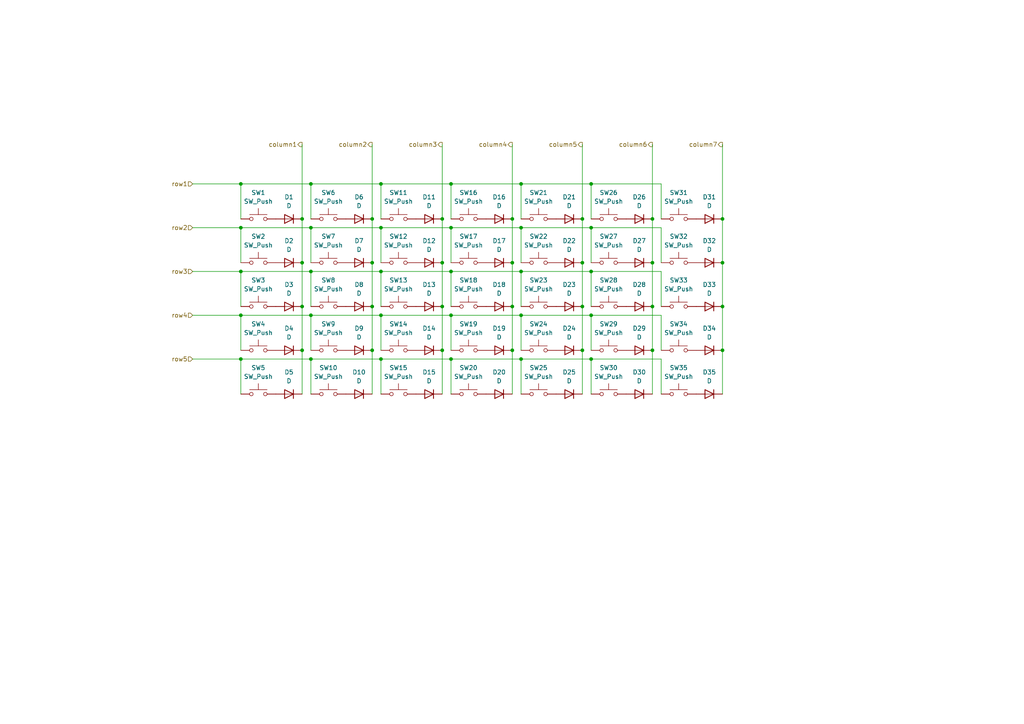
<source format=kicad_sch>
(kicad_sch (version 20211123) (generator eeschema)
  (paper "A4")
  (lib_symbols
    (symbol "Device:D" (pin_numbers hide) (pin_names (offset 1.016) hide)
      (property "Reference" "D" (at 0 2.54 0))
      (property "Value" "D" (at 0 -2.54 0))
      (symbol "D_0_1"
        (polyline (pts (xy -1.27 1.27) (xy -1.27 -1.27)) (stroke (width 0.254)))
        (polyline (pts (xy 1.27 0) (xy -1.27 0)))
        (polyline (pts (xy 1.27 1.27) (xy 1.27 -1.27) (xy -1.27 0) (xy 1.27 1.27)) (stroke (width 0.254)))
      )
      (symbol "D_1_1"
        (pin passive line (at -3.81 0 0) (length 2.54) (name "K") (number "1"))
        (pin passive line (at 3.81 0 180) (length 2.54) (name "A") (number "2"))
      )
    )
    (symbol "Switch:SW_Push" (pin_numbers hide) (pin_names (offset 1.016) hide)
      (property "Reference" "SW" (at 1.27 2.54 0))
      (property "Value" "SW_Push" (at 0 -1.524 0))
      (symbol "SW_Push_0_1"
        (circle (center -2.032 0) (radius 0.508))
        (polyline (pts (xy 0 1.27) (xy 0 3.048)))
        (polyline (pts (xy 2.54 1.27) (xy -2.54 1.27)))
        (circle (center 2.032 0) (radius 0.508))
        (pin passive line (at -5.08 0 0) (length 2.54) (name "1") (number "1"))
        (pin passive line (at 5.08 0 180) (length 2.54) (name "2") (number "2"))
      )
    )
  )
  (junction (at 107.95 76.2))
  (junction (at 90.17 104.14))
  (junction (at 87.63 76.2))
  (junction (at 189.23 88.9))
  (junction (at 209.55 88.9))
  (junction (at 151.13 91.44))
  (junction (at 130.81 53.34))
  (junction (at 128.27 88.9))
  (junction (at 171.45 78.74))
  (junction (at 69.85 78.74))
  (junction (at 107.95 101.6))
  (junction (at 130.81 91.44))
  (junction (at 107.95 88.9))
  (junction (at 128.27 101.6))
  (junction (at 69.85 66.04))
  (junction (at 128.27 63.5))
  (junction (at 171.45 104.14))
  (junction (at 110.49 53.34))
  (junction (at 90.17 78.74))
  (junction (at 168.91 63.5))
  (junction (at 130.81 78.74))
  (junction (at 151.13 53.34))
  (junction (at 87.63 88.9))
  (junction (at 90.17 53.34))
  (junction (at 90.17 66.04))
  (junction (at 148.59 101.6))
  (junction (at 171.45 66.04))
  (junction (at 189.23 63.5))
  (junction (at 110.49 66.04))
  (junction (at 87.63 101.6))
  (junction (at 168.91 76.2))
  (junction (at 168.91 101.6))
  (junction (at 151.13 78.74))
  (junction (at 69.85 53.34))
  (junction (at 189.23 76.2))
  (junction (at 209.55 76.2))
  (junction (at 209.55 63.5))
  (junction (at 209.55 101.6))
  (junction (at 148.59 63.5))
  (junction (at 151.13 104.14))
  (junction (at 171.45 53.34))
  (junction (at 148.59 88.9))
  (junction (at 130.81 66.04))
  (junction (at 189.23 101.6))
  (junction (at 87.63 63.5))
  (junction (at 107.95 63.5))
  (junction (at 171.45 91.44))
  (junction (at 69.85 104.14))
  (junction (at 168.91 88.9))
  (junction (at 148.59 76.2))
  (junction (at 130.81 104.14))
  (junction (at 90.17 91.44))
  (junction (at 110.49 91.44))
  (junction (at 69.85 91.44))
  (junction (at 110.49 104.14))
  (junction (at 128.27 76.2))
  (junction (at 151.13 66.04))
  (junction (at 110.49 78.74))
  (wire (pts (xy 87.63 76.2) (xy 87.63 88.9)))
  (wire (pts (xy 130.81 66.04) (xy 151.13 66.04)))
  (wire (pts (xy 151.13 78.74) (xy 151.13 88.9)))
  (wire (pts (xy 130.81 78.74) (xy 130.81 88.9)))
  (wire (pts (xy 90.17 53.34) (xy 110.49 53.34)))
  (wire (pts (xy 55.88 66.04) (xy 69.85 66.04)))
  (wire (pts (xy 130.81 53.34) (xy 130.81 63.5)))
  (wire (pts (xy 128.27 63.5) (xy 128.27 76.2)))
  (wire (pts (xy 107.95 41.91) (xy 107.95 63.5)))
  (wire (pts (xy 171.45 66.04) (xy 191.77 66.04)))
  (wire (pts (xy 209.55 41.91) (xy 209.55 63.5)))
  (wire (pts (xy 151.13 53.34) (xy 171.45 53.34)))
  (wire (pts (xy 171.45 91.44) (xy 171.45 101.6)))
  (wire (pts (xy 148.59 76.2) (xy 148.59 88.9)))
  (wire (pts (xy 110.49 53.34) (xy 130.81 53.34)))
  (wire (pts (xy 151.13 104.14) (xy 171.45 104.14)))
  (wire (pts (xy 69.85 66.04) (xy 90.17 66.04)))
  (wire (pts (xy 151.13 78.74) (xy 171.45 78.74)))
  (wire (pts (xy 107.95 88.9) (xy 107.95 101.6)))
  (wire (pts (xy 128.27 41.91) (xy 128.27 63.5)))
  (wire (pts (xy 110.49 78.74) (xy 130.81 78.74)))
  (wire (pts (xy 168.91 76.2) (xy 168.91 88.9)))
  (wire (pts (xy 90.17 66.04) (xy 90.17 76.2)))
  (wire (pts (xy 110.49 66.04) (xy 110.49 76.2)))
  (wire (pts (xy 151.13 91.44) (xy 171.45 91.44)))
  (wire (pts (xy 90.17 78.74) (xy 69.85 78.74)))
  (wire (pts (xy 191.77 101.6) (xy 191.77 91.44)))
  (wire (pts (xy 55.88 53.34) (xy 69.85 53.34)))
  (wire (pts (xy 69.85 53.34) (xy 69.85 63.5)))
  (wire (pts (xy 189.23 88.9) (xy 189.23 101.6)))
  (wire (pts (xy 151.13 66.04) (xy 151.13 76.2)))
  (wire (pts (xy 191.77 78.74) (xy 191.77 88.9)))
  (wire (pts (xy 110.49 91.44) (xy 110.49 101.6)))
  (wire (pts (xy 191.77 66.04) (xy 191.77 76.2)))
  (wire (pts (xy 90.17 91.44) (xy 90.17 101.6)))
  (wire (pts (xy 90.17 88.9) (xy 90.17 78.74)))
  (wire (pts (xy 69.85 91.44) (xy 69.85 101.6)))
  (wire (pts (xy 151.13 53.34) (xy 151.13 63.5)))
  (wire (pts (xy 148.59 101.6) (xy 148.59 114.3)))
  (wire (pts (xy 55.88 104.14) (xy 69.85 104.14)))
  (wire (pts (xy 110.49 91.44) (xy 130.81 91.44)))
  (wire (pts (xy 171.45 53.34) (xy 191.77 53.34)))
  (wire (pts (xy 148.59 88.9) (xy 148.59 101.6)))
  (wire (pts (xy 69.85 91.44) (xy 90.17 91.44)))
  (wire (pts (xy 189.23 63.5) (xy 189.23 76.2)))
  (wire (pts (xy 171.45 104.14) (xy 191.77 104.14)))
  (wire (pts (xy 90.17 91.44) (xy 110.49 91.44)))
  (wire (pts (xy 110.49 104.14) (xy 110.49 114.3)))
  (wire (pts (xy 130.81 91.44) (xy 151.13 91.44)))
  (wire (pts (xy 209.55 101.6) (xy 209.55 114.3)))
  (wire (pts (xy 87.63 41.91) (xy 87.63 63.5)))
  (wire (pts (xy 128.27 88.9) (xy 128.27 101.6)))
  (wire (pts (xy 107.95 76.2) (xy 107.95 88.9)))
  (wire (pts (xy 168.91 88.9) (xy 168.91 101.6)))
  (wire (pts (xy 209.55 63.5) (xy 209.55 76.2)))
  (wire (pts (xy 151.13 91.44) (xy 151.13 101.6)))
  (wire (pts (xy 168.91 63.5) (xy 168.91 76.2)))
  (wire (pts (xy 191.77 53.34) (xy 191.77 63.5)))
  (wire (pts (xy 90.17 66.04) (xy 110.49 66.04)))
  (wire (pts (xy 90.17 104.14) (xy 110.49 104.14)))
  (wire (pts (xy 128.27 76.2) (xy 128.27 88.9)))
  (wire (pts (xy 110.49 104.14) (xy 130.81 104.14)))
  (wire (pts (xy 87.63 88.9) (xy 87.63 101.6)))
  (wire (pts (xy 128.27 101.6) (xy 128.27 114.3)))
  (wire (pts (xy 87.63 101.6) (xy 87.63 114.3)))
  (wire (pts (xy 87.63 63.5) (xy 87.63 76.2)))
  (wire (pts (xy 209.55 88.9) (xy 209.55 101.6)))
  (wire (pts (xy 168.91 41.91) (xy 168.91 63.5)))
  (wire (pts (xy 191.77 104.14) (xy 191.77 114.3)))
  (wire (pts (xy 189.23 41.91) (xy 189.23 63.5)))
  (wire (pts (xy 171.45 78.74) (xy 191.77 78.74)))
  (wire (pts (xy 130.81 66.04) (xy 130.81 76.2)))
  (wire (pts (xy 171.45 91.44) (xy 191.77 91.44)))
  (wire (pts (xy 69.85 104.14) (xy 90.17 104.14)))
  (wire (pts (xy 107.95 63.5) (xy 107.95 76.2)))
  (wire (pts (xy 189.23 101.6) (xy 189.23 114.3)))
  (wire (pts (xy 110.49 66.04) (xy 130.81 66.04)))
  (wire (pts (xy 130.81 91.44) (xy 130.81 101.6)))
  (wire (pts (xy 69.85 66.04) (xy 69.85 76.2)))
  (wire (pts (xy 90.17 104.14) (xy 90.17 114.3)))
  (wire (pts (xy 107.95 101.6) (xy 107.95 114.3)))
  (wire (pts (xy 90.17 53.34) (xy 90.17 63.5)))
  (wire (pts (xy 55.88 91.44) (xy 69.85 91.44)))
  (wire (pts (xy 148.59 63.5) (xy 148.59 76.2)))
  (wire (pts (xy 151.13 66.04) (xy 171.45 66.04)))
  (wire (pts (xy 130.81 53.34) (xy 151.13 53.34)))
  (wire (pts (xy 209.55 76.2) (xy 209.55 88.9)))
  (wire (pts (xy 130.81 78.74) (xy 151.13 78.74)))
  (wire (pts (xy 171.45 66.04) (xy 171.45 76.2)))
  (wire (pts (xy 151.13 104.14) (xy 151.13 114.3)))
  (wire (pts (xy 69.85 78.74) (xy 69.85 88.9)))
  (wire (pts (xy 110.49 53.34) (xy 110.49 63.5)))
  (wire (pts (xy 110.49 78.74) (xy 110.49 88.9)))
  (wire (pts (xy 69.85 53.34) (xy 90.17 53.34)))
  (wire (pts (xy 55.88 78.74) (xy 69.85 78.74)))
  (wire (pts (xy 90.17 78.74) (xy 110.49 78.74)))
  (wire (pts (xy 130.81 104.14) (xy 151.13 104.14)))
  (wire (pts (xy 171.45 104.14) (xy 171.45 114.3)))
  (wire (pts (xy 189.23 76.2) (xy 189.23 88.9)))
  (wire (pts (xy 130.81 104.14) (xy 130.81 114.3)))
  (wire (pts (xy 171.45 53.34) (xy 171.45 63.5)))
  (wire (pts (xy 148.59 41.91) (xy 148.59 63.5)))
  (wire (pts (xy 69.85 104.14) (xy 69.85 114.3)))
  (wire (pts (xy 168.91 101.6) (xy 168.91 114.3)))
  (wire (pts (xy 171.45 78.74) (xy 171.45 88.9)))
  (hierarchical_label "row4" (shape input) (at 55.88 91.44 180))
  (hierarchical_label "column3" (shape output) (at 128.27 41.91 180))
  (hierarchical_label "row2" (shape input) (at 55.88 66.04 180))
  (hierarchical_label "column4" (shape output) (at 148.59 41.91 180))
  (hierarchical_label "row3" (shape input) (at 55.88 78.74 180))
  (hierarchical_label "column7" (shape output) (at 209.55 41.91 180))
  (hierarchical_label "column6" (shape output) (at 189.23 41.91 180))
  (hierarchical_label "column2" (shape output) (at 107.95 41.91 180))
  (hierarchical_label "column5" (shape output) (at 168.91 41.91 180))
  (hierarchical_label "row5" (shape input) (at 55.88 104.14 180))
  (hierarchical_label "row1" (shape input) (at 55.88 53.34 180))
  (hierarchical_label "column1" (shape output) (at 87.63 41.91 180))
  (symbol (lib_id "Device:D") (at 144.78 63.5 180) (unit 1)
    (property "Reference" "D16" (at 144.78 57.15 0))
    (property "Value" "D" (at 144.78 59.69 0))
    (property "Footprint" "Diode_SMD:D_1206_3216Metric" (effects hide))
  )
  (symbol (lib_id "Device:D") (at 83.82 88.9 180) (unit 1)
    (property "Reference" "D3" (at 83.82 82.55 0))
    (property "Value" "D" (at 83.82 85.09 0))
    (property "Footprint" "Diode_SMD:D_1206_3216Metric" (effects hide))
  )
  (symbol (lib_id "Device:D") (at 205.74 101.6 180) (unit 1)
    (property "Reference" "D34" (at 205.74 95.25 0))
    (property "Value" "D" (at 205.74 97.79 0))
    (property "Footprint" "Diode_SMD:D_1206_3216Metric" (effects hide))
  )
  (symbol (lib_id "Device:D") (at 104.14 76.2 180) (unit 1)
    (property "Reference" "D7" (at 104.14 69.85 0))
    (property "Value" "D" (at 104.14 72.39 0))
    (property "Footprint" "Diode_SMD:D_1206_3216Metric" (effects hide))
  )
  (symbol (lib_id "Device:D") (at 104.14 114.3 180) (unit 1)
    (property "Reference" "D10" (at 104.14 107.95 0))
    (property "Value" "D" (at 104.14 110.49 0))
    (property "Footprint" "Diode_SMD:D_1206_3216Metric" (effects hide))
  )
  (symbol (lib_id "Device:D") (at 144.78 101.6 180) (unit 1)
    (property "Reference" "D19" (at 144.78 95.25 0))
    (property "Value" "D" (at 144.78 97.79 0))
    (property "Footprint" "Diode_SMD:D_1206_3216Metric" (effects hide))
  )
  (symbol (lib_id "Device:D") (at 165.1 63.5 180) (unit 1)
    (property "Reference" "D21" (at 165.1 57.15 0))
    (property "Value" "D" (at 165.1 59.69 0))
    (property "Footprint" "Diode_SMD:D_1206_3216Metric" (effects hide))
  )
  (symbol (lib_id "Switch:SW_Push") (at 95.25 114.3 0) (unit 1)
    (property "Reference" "SW10" (at 95.25 106.68 0))
    (property "Value" "SW_Push" (at 95.25 109.22 0))
    (property "Footprint" "XenophonFootprintLibrary_v3:SW_Cherry_MX_1.00u_PCB" (effects hide))
  )
  (symbol (lib_id "Switch:SW_Push") (at 115.57 63.5 0) (unit 1)
    (property "Reference" "SW11" (at 115.57 55.88 0))
    (property "Value" "SW_Push" (at 115.57 58.42 0))
    (property "Footprint" "XenophonFootprintLibrary_v3:SW_Cherry_MX_1.00u_PCB" (effects hide))
  )
  (symbol (lib_id "Switch:SW_Push") (at 135.89 114.3 0) (unit 1)
    (property "Reference" "SW20" (at 135.89 106.68 0))
    (property "Value" "SW_Push" (at 135.89 109.22 0))
    (property "Footprint" "XenophonFootprintLibrary_v3:SW_Cherry_MX_1.00u_PCB" (effects hide))
  )
  (symbol (lib_id "Device:D") (at 165.1 76.2 180) (unit 1)
    (property "Reference" "D22" (at 165.1 69.85 0))
    (property "Value" "D" (at 165.1 72.39 0))
    (property "Footprint" "Diode_SMD:D_1206_3216Metric" (effects hide))
  )
  (symbol (lib_id "Switch:SW_Push") (at 74.93 76.2 0) (unit 1)
    (property "Reference" "SW2" (at 74.93 68.58 0))
    (property "Value" "SW_Push" (at 74.93 71.12 0))
    (property "Footprint" "XenophonFootprintLibrary_v3:SW_Cherry_MX_1.50u_PCB" (effects hide))
  )
  (symbol (lib_id "Switch:SW_Push") (at 156.21 114.3 0) (unit 1)
    (property "Reference" "SW25" (at 156.21 106.68 0))
    (property "Value" "SW_Push" (at 156.21 109.22 0))
    (property "Footprint" "XenophonFootprintLibrary_v3:SW_Cherry_MX_1.00u_PCB" (effects hide))
  )
  (symbol (lib_id "Switch:SW_Push") (at 115.57 88.9 0) (unit 1)
    (property "Reference" "SW13" (at 115.57 81.28 0))
    (property "Value" "SW_Push" (at 115.57 83.82 0))
    (property "Footprint" "XenophonFootprintLibrary_v3:SW_Cherry_MX_1.00u_PCB" (effects hide))
  )
  (symbol (lib_id "Switch:SW_Push") (at 95.25 76.2 0) (unit 1)
    (property "Reference" "SW7" (at 95.25 68.58 0))
    (property "Value" "SW_Push" (at 95.25 71.12 0))
    (property "Footprint" "XenophonFootprintLibrary_v3:SW_Cherry_MX_1.00u_PCB" (effects hide))
  )
  (symbol (lib_id "Device:D") (at 144.78 114.3 180) (unit 1)
    (property "Reference" "D20" (at 144.78 107.95 0))
    (property "Value" "D" (at 144.78 110.49 0))
    (property "Footprint" "Diode_SMD:D_1206_3216Metric" (effects hide))
  )
  (symbol (lib_id "Device:D") (at 205.74 63.5 180) (unit 1)
    (property "Reference" "D31" (at 205.74 57.15 0))
    (property "Value" "D" (at 205.74 59.69 0))
    (property "Footprint" "Diode_SMD:D_1206_3216Metric" (effects hide))
  )
  (symbol (lib_id "Switch:SW_Push") (at 156.21 88.9 0) (unit 1)
    (property "Reference" "SW23" (at 156.21 81.28 0))
    (property "Value" "SW_Push" (at 156.21 83.82 0))
    (property "Footprint" "XenophonFootprintLibrary_v3:SW_Cherry_MX_1.00u_PCB" (effects hide))
  )
  (symbol (lib_id "Device:D") (at 144.78 88.9 180) (unit 1)
    (property "Reference" "D18" (at 144.78 82.55 0))
    (property "Value" "D" (at 144.78 85.09 0))
    (property "Footprint" "Diode_SMD:D_1206_3216Metric" (effects hide))
  )
  (symbol (lib_id "Device:D") (at 83.82 101.6 180) (unit 1)
    (property "Reference" "D4" (at 83.82 95.25 0))
    (property "Value" "D" (at 83.82 97.79 0))
    (property "Footprint" "Diode_SMD:D_1206_3216Metric" (effects hide))
  )
  (symbol (lib_id "Device:D") (at 124.46 114.3 180) (unit 1)
    (property "Reference" "D15" (at 124.46 107.95 0))
    (property "Value" "D" (at 124.46 110.49 0))
    (property "Footprint" "Diode_SMD:D_1206_3216Metric" (effects hide))
  )
  (symbol (lib_id "Device:D") (at 83.82 63.5 180) (unit 1)
    (property "Reference" "D1" (at 83.82 57.15 0))
    (property "Value" "D" (at 83.82 59.69 0))
    (property "Footprint" "Diode_SMD:D_1206_3216Metric" (effects hide))
  )
  (symbol (lib_id "Switch:SW_Push") (at 156.21 101.6 0) (unit 1)
    (property "Reference" "SW24" (at 156.21 93.98 0))
    (property "Value" "SW_Push" (at 156.21 96.52 0))
    (property "Footprint" "XenophonFootprintLibrary_v3:SW_Cherry_MX_1.00u_PCB" (effects hide))
  )
  (symbol (lib_id "Switch:SW_Push") (at 176.53 63.5 0) (unit 1)
    (property "Reference" "SW26" (at 176.53 55.88 0))
    (property "Value" "SW_Push" (at 176.53 58.42 0))
    (property "Footprint" "XenophonFootprintLibrary_v3:SW_Cherry_MX_1.00u_PCB" (effects hide))
  )
  (symbol (lib_id "Switch:SW_Push") (at 115.57 101.6 0) (unit 1)
    (property "Reference" "SW14" (at 115.57 93.98 0))
    (property "Value" "SW_Push" (at 115.57 96.52 0))
    (property "Footprint" "XenophonFootprintLibrary_v3:SW_Cherry_MX_1.00u_PCB" (effects hide))
  )
  (symbol (lib_id "Switch:SW_Push") (at 135.89 101.6 0) (unit 1)
    (property "Reference" "SW19" (at 135.89 93.98 0))
    (property "Value" "SW_Push" (at 135.89 96.52 0))
    (property "Footprint" "XenophonFootprintLibrary_v3:SW_Cherry_MX_1.00u_PCB" (effects hide))
  )
  (symbol (lib_id "Device:D") (at 104.14 101.6 180) (unit 1)
    (property "Reference" "D9" (at 104.14 95.25 0))
    (property "Value" "D" (at 104.14 97.79 0))
    (property "Footprint" "Diode_SMD:D_1206_3216Metric" (effects hide))
  )
  (symbol (lib_id "Switch:SW_Push") (at 176.53 101.6 0) (unit 1)
    (property "Reference" "SW29" (at 176.53 93.98 0))
    (property "Value" "SW_Push" (at 176.53 96.52 0))
    (property "Footprint" "XenophonFootprintLibrary_v3:SW_Cherry_MX_1.00u_PCB" (effects hide))
  )
  (symbol (lib_id "Device:D") (at 205.74 114.3 180) (unit 1)
    (property "Reference" "D35" (at 205.74 107.95 0))
    (property "Value" "D" (at 205.74 110.49 0))
    (property "Footprint" "Diode_SMD:D_1206_3216Metric" (effects hide))
  )
  (symbol (lib_id "Device:D") (at 205.74 76.2 180) (unit 1)
    (property "Reference" "D32" (at 205.74 69.85 0))
    (property "Value" "D" (at 205.74 72.39 0))
    (property "Footprint" "Diode_SMD:D_1206_3216Metric" (effects hide))
  )
  (symbol (lib_id "Device:D") (at 124.46 88.9 180) (unit 1)
    (property "Reference" "D13" (at 124.46 82.55 0))
    (property "Value" "D" (at 124.46 85.09 0))
    (property "Footprint" "Diode_SMD:D_1206_3216Metric" (effects hide))
  )
  (symbol (lib_id "Device:D") (at 165.1 114.3 180) (unit 1)
    (property "Reference" "D25" (at 165.1 107.95 0))
    (property "Value" "D" (at 165.1 110.49 0))
    (property "Footprint" "Diode_SMD:D_1206_3216Metric" (effects hide))
  )
  (symbol (lib_id "Switch:SW_Push") (at 135.89 76.2 0) (unit 1)
    (property "Reference" "SW17" (at 135.89 68.58 0))
    (property "Value" "SW_Push" (at 135.89 71.12 0))
    (property "Footprint" "XenophonFootprintLibrary_v3:SW_Cherry_MX_1.00u_PCB" (effects hide))
  )
  (symbol (lib_id "Switch:SW_Push") (at 156.21 76.2 0) (unit 1)
    (property "Reference" "SW22" (at 156.21 68.58 0))
    (property "Value" "SW_Push" (at 156.21 71.12 0))
    (property "Footprint" "XenophonFootprintLibrary_v3:SW_Cherry_MX_1.00u_PCB" (effects hide))
  )
  (symbol (lib_id "Switch:SW_Push") (at 196.85 114.3 0) (unit 1)
    (property "Reference" "SW35" (at 196.85 106.68 0))
    (property "Value" "SW_Push" (at 196.85 109.22 0))
    (property "Footprint" "XenophonFootprintLibrary_v3:SW_Cherry_MX_1.00u_PCB" (effects hide))
  )
  (symbol (lib_id "Switch:SW_Push") (at 176.53 76.2 0) (unit 1)
    (property "Reference" "SW27" (at 176.53 68.58 0))
    (property "Value" "SW_Push" (at 176.53 71.12 0))
    (property "Footprint" "XenophonFootprintLibrary_v3:SW_Cherry_MX_1.00u_PCB" (effects hide))
  )
  (symbol (lib_id "Device:D") (at 104.14 63.5 180) (unit 1)
    (property "Reference" "D6" (at 104.14 57.15 0))
    (property "Value" "D" (at 104.14 59.69 0))
    (property "Footprint" "Diode_SMD:D_1206_3216Metric" (effects hide))
  )
  (symbol (lib_id "Switch:SW_Push") (at 74.93 101.6 0) (unit 1)
    (property "Reference" "SW4" (at 74.93 93.98 0))
    (property "Value" "SW_Push" (at 74.93 96.52 0))
    (property "Footprint" "XenophonFootprintLibrary_v3:SW_Cherry_MX_1.50u_PCB" (effects hide))
  )
  (symbol (lib_id "Switch:SW_Push") (at 74.93 88.9 0) (unit 1)
    (property "Reference" "SW3" (at 74.93 81.28 0))
    (property "Value" "SW_Push" (at 74.93 83.82 0))
    (property "Footprint" "XenophonFootprintLibrary_v3:SW_Cherry_MX_1.50u_PCB" (effects hide))
  )
  (symbol (lib_id "Device:D") (at 185.42 63.5 180) (unit 1)
    (property "Reference" "D26" (at 185.42 57.15 0))
    (property "Value" "D" (at 185.42 59.69 0))
    (property "Footprint" "Diode_SMD:D_1206_3216Metric" (effects hide))
  )
  (symbol (lib_id "Switch:SW_Push") (at 95.25 101.6 0) (unit 1)
    (property "Reference" "SW9" (at 95.25 93.98 0))
    (property "Value" "SW_Push" (at 95.25 96.52 0))
    (property "Footprint" "XenophonFootprintLibrary_v3:SW_Cherry_MX_1.00u_PCB" (effects hide))
  )
  (symbol (lib_id "Switch:SW_Push") (at 196.85 76.2 0) (unit 1)
    (property "Reference" "SW32" (at 196.85 68.58 0))
    (property "Value" "SW_Push" (at 196.85 71.12 0))
    (property "Footprint" "XenophonFootprintLibrary_v3:SW_Cherry_MX_1.00u_PCB" (effects hide))
  )
  (symbol (lib_id "Device:D") (at 185.42 101.6 180) (unit 1)
    (property "Reference" "D29" (at 185.42 95.25 0))
    (property "Value" "D" (at 185.42 97.79 0))
    (property "Footprint" "Diode_SMD:D_1206_3216Metric" (effects hide))
  )
  (symbol (lib_id "Device:D") (at 124.46 63.5 180) (unit 1)
    (property "Reference" "D11" (at 124.46 57.15 0))
    (property "Value" "D" (at 124.46 59.69 0))
    (property "Footprint" "Diode_SMD:D_1206_3216Metric" (effects hide))
  )
  (symbol (lib_id "Switch:SW_Push") (at 74.93 114.3 0) (unit 1)
    (property "Reference" "SW5" (at 74.93 106.68 0))
    (property "Value" "SW_Push" (at 74.93 109.22 0))
    (property "Footprint" "XenophonFootprintLibrary_v3:SW_Cherry_MX_1.50u_PCB" (effects hide))
  )
  (symbol (lib_id "Device:D") (at 83.82 76.2 180) (unit 1)
    (property "Reference" "D2" (at 83.82 69.85 0))
    (property "Value" "D" (at 83.82 72.39 0))
    (property "Footprint" "Diode_SMD:D_1206_3216Metric" (effects hide))
  )
  (symbol (lib_id "Device:D") (at 185.42 88.9 180) (unit 1)
    (property "Reference" "D28" (at 185.42 82.55 0))
    (property "Value" "D" (at 185.42 85.09 0))
    (property "Footprint" "Diode_SMD:D_1206_3216Metric" (effects hide))
  )
  (symbol (lib_id "Switch:SW_Push") (at 176.53 114.3 0) (unit 1)
    (property "Reference" "SW30" (at 176.53 106.68 0))
    (property "Value" "SW_Push" (at 176.53 109.22 0))
    (property "Footprint" "XenophonFootprintLibrary_v3:SW_Cherry_MX_1.00u_PCB" (effects hide))
  )
  (symbol (lib_id "Switch:SW_Push") (at 156.21 63.5 0) (unit 1)
    (property "Reference" "SW21" (at 156.21 55.88 0))
    (property "Value" "SW_Push" (at 156.21 58.42 0))
    (property "Footprint" "XenophonFootprintLibrary_v3:SW_Cherry_MX_1.00u_PCB" (effects hide))
  )
  (symbol (lib_id "Device:D") (at 144.78 76.2 180) (unit 1)
    (property "Reference" "D17" (at 144.78 69.85 0))
    (property "Value" "D" (at 144.78 72.39 0))
    (property "Footprint" "Diode_SMD:D_1206_3216Metric" (effects hide))
  )
  (symbol (lib_id "Device:D") (at 104.14 88.9 180) (unit 1)
    (property "Reference" "D8" (at 104.14 82.55 0))
    (property "Value" "D" (at 104.14 85.09 0))
    (property "Footprint" "Diode_SMD:D_1206_3216Metric" (effects hide))
  )
  (symbol (lib_id "Switch:SW_Push") (at 135.89 88.9 0) (unit 1)
    (property "Reference" "SW18" (at 135.89 81.28 0))
    (property "Value" "SW_Push" (at 135.89 83.82 0))
    (property "Footprint" "XenophonFootprintLibrary_v3:SW_Cherry_MX_1.00u_PCB" (effects hide))
  )
  (symbol (lib_id "Device:D") (at 83.82 114.3 180) (unit 1)
    (property "Reference" "D5" (at 83.82 107.95 0))
    (property "Value" "D" (at 83.82 110.49 0))
    (property "Footprint" "Diode_SMD:D_1206_3216Metric" (effects hide))
  )
  (symbol (lib_id "Device:D") (at 185.42 114.3 180) (unit 1)
    (property "Reference" "D30" (at 185.42 107.95 0))
    (property "Value" "D" (at 185.42 110.49 0))
    (property "Footprint" "Diode_SMD:D_1206_3216Metric" (effects hide))
  )
  (symbol (lib_id "Device:D") (at 124.46 101.6 180) (unit 1)
    (property "Reference" "D14" (at 124.46 95.25 0))
    (property "Value" "D" (at 124.46 97.79 0))
    (property "Footprint" "Diode_SMD:D_1206_3216Metric" (effects hide))
  )
  (symbol (lib_id "Switch:SW_Push") (at 115.57 114.3 0) (unit 1)
    (property "Reference" "SW15" (at 115.57 106.68 0))
    (property "Value" "SW_Push" (at 115.57 109.22 0))
    (property "Footprint" "XenophonFootprintLibrary_v3:SW_Cherry_MX_1.00u_PCB" (effects hide))
  )
  (symbol (lib_id "Device:D") (at 124.46 76.2 180) (unit 1)
    (property "Reference" "D12" (at 124.46 69.85 0))
    (property "Value" "D" (at 124.46 72.39 0))
    (property "Footprint" "Diode_SMD:D_1206_3216Metric" (effects hide))
  )
  (symbol (lib_id "Switch:SW_Push") (at 176.53 88.9 0) (unit 1)
    (property "Reference" "SW28" (at 176.53 81.28 0))
    (property "Value" "SW_Push" (at 176.53 83.82 0))
    (property "Footprint" "XenophonFootprintLibrary_v3:SW_Cherry_MX_1.00u_PCB" (effects hide))
  )
  (symbol (lib_id "Device:D") (at 205.74 88.9 180) (unit 1)
    (property "Reference" "D33" (at 205.74 82.55 0))
    (property "Value" "D" (at 205.74 85.09 0))
    (property "Footprint" "Diode_SMD:D_1206_3216Metric" (effects hide))
  )
  (symbol (lib_id "Switch:SW_Push") (at 115.57 76.2 0) (unit 1)
    (property "Reference" "SW12" (at 115.57 68.58 0))
    (property "Value" "SW_Push" (at 115.57 71.12 0))
    (property "Footprint" "XenophonFootprintLibrary_v3:SW_Cherry_MX_1.00u_PCB" (effects hide))
  )
  (symbol (lib_id "Device:D") (at 185.42 76.2 180) (unit 1)
    (property "Reference" "D27" (at 185.42 69.85 0))
    (property "Value" "D" (at 185.42 72.39 0))
    (property "Footprint" "Diode_SMD:D_1206_3216Metric" (effects hide))
  )
  (symbol (lib_id "Switch:SW_Push") (at 95.25 63.5 0) (unit 1)
    (property "Reference" "SW6" (at 95.25 55.88 0))
    (property "Value" "SW_Push" (at 95.25 58.42 0))
    (property "Footprint" "XenophonFootprintLibrary_v3:SW_Cherry_MX_1.00u_PCB" (effects hide))
  )
  (symbol (lib_id "Switch:SW_Push") (at 74.93 63.5 0) (unit 1)
    (property "Reference" "SW1" (at 74.93 55.88 0))
    (property "Value" "SW_Push" (at 74.93 58.42 0))
    (property "Footprint" "XenophonFootprintLibrary_v3:SW_Cherry_MX_1.50u_PCB" (effects hide))
  )
  (symbol (lib_id "Switch:SW_Push") (at 196.85 63.5 0) (unit 1)
    (property "Reference" "SW31" (at 196.85 55.88 0))
    (property "Value" "SW_Push" (at 196.85 58.42 0))
    (property "Footprint" "XenophonFootprintLibrary_v3:SW_Cherry_MX_1.00u_PCB" (effects hide))
  )
  (symbol (lib_id "Device:D") (at 165.1 101.6 180) (unit 1)
    (property "Reference" "D24" (at 165.1 95.25 0))
    (property "Value" "D" (at 165.1 97.79 0))
    (property "Footprint" "Diode_SMD:D_1206_3216Metric" (effects hide))
  )
  (symbol (lib_id "Switch:SW_Push") (at 196.85 101.6 0) (unit 1)
    (property "Reference" "SW34" (at 196.85 93.98 0))
    (property "Value" "SW_Push" (at 196.85 96.52 0))
    (property "Footprint" "XenophonFootprintLibrary_v3:SW_Cherry_MX_1.00u_PCB" (effects hide))
  )
  (symbol (lib_id "Switch:SW_Push") (at 95.25 88.9 0) (unit 1)
    (property "Reference" "SW8" (at 95.25 81.28 0))
    (property "Value" "SW_Push" (at 95.25 83.82 0))
    (property "Footprint" "XenophonFootprintLibrary_v3:SW_Cherry_MX_1.00u_PCB" (effects hide))
  )
  (symbol (lib_id "Device:D") (at 165.1 88.9 180) (unit 1)
    (property "Reference" "D23" (at 165.1 82.55 0))
    (property "Value" "D" (at 165.1 85.09 0))
    (property "Footprint" "Diode_SMD:D_1206_3216Metric" (effects hide))
  )
  (symbol (lib_id "Switch:SW_Push") (at 135.89 63.5 0) (unit 1)
    (property "Reference" "SW16" (at 135.89 55.88 0))
    (property "Value" "SW_Push" (at 135.89 58.42 0))
    (property "Footprint" "XenophonFootprintLibrary_v3:SW_Cherry_MX_1.00u_PCB" (effects hide))
  )
  (symbol (lib_id "Switch:SW_Push") (at 196.85 88.9 0) (unit 1)
    (property "Reference" "SW33" (at 196.85 81.28 0))
    (property "Value" "SW_Push" (at 196.85 83.82 0))
    (property "Footprint" "XenophonFootprintLibrary_v3:SW_Cherry_MX_1.00u_PCB" (effects hide))
  )
)
</source>
